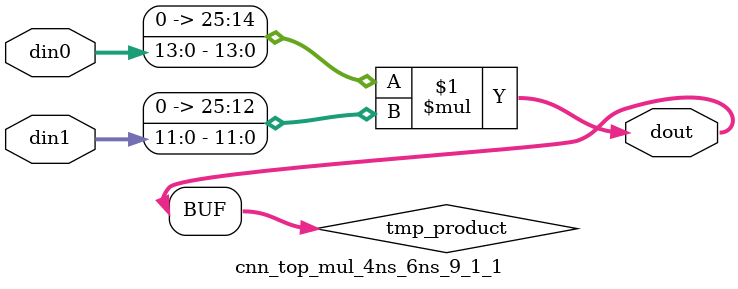
<source format=v>

`timescale 1 ns / 1 ps

 module cnn_top_mul_4ns_6ns_9_1_1(din0, din1, dout);
parameter ID = 1;
parameter NUM_STAGE = 0;
parameter din0_WIDTH = 14;
parameter din1_WIDTH = 12;
parameter dout_WIDTH = 26;

input [din0_WIDTH - 1 : 0] din0; 
input [din1_WIDTH - 1 : 0] din1; 
output [dout_WIDTH - 1 : 0] dout;

wire signed [dout_WIDTH - 1 : 0] tmp_product;
























assign tmp_product = $signed({1'b0, din0}) * $signed({1'b0, din1});











assign dout = tmp_product;





















endmodule

</source>
